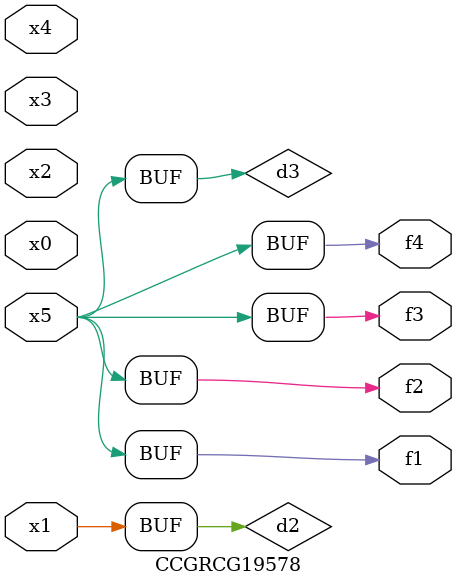
<source format=v>
module CCGRCG19578(
	input x0, x1, x2, x3, x4, x5,
	output f1, f2, f3, f4
);

	wire d1, d2, d3;

	not (d1, x5);
	or (d2, x1);
	xnor (d3, d1);
	assign f1 = d3;
	assign f2 = d3;
	assign f3 = d3;
	assign f4 = d3;
endmodule

</source>
